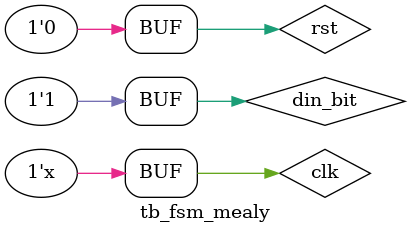
<source format=v>
`timescale 1ns / 1ps

module tb_fsm_mealy ();

    reg clk, rst, din_bit;
    wire dout_bit;

    fsm_mealy dut (
        .clk     (clk),
        .rst     (rst),
        .din_bit (din_bit),
        .dout_bit(dout_bit)
    );

    always #5 clk = ~clk;

    initial begin
        #0;
        clk = 0;
        rst = 1;
        din_bit = 0;
        #20;
        rst = 0;
        din_bit = 1;
        #30;
        din_bit = 0;
        #10;
        din_bit = 1;
    end

endmodule

</source>
